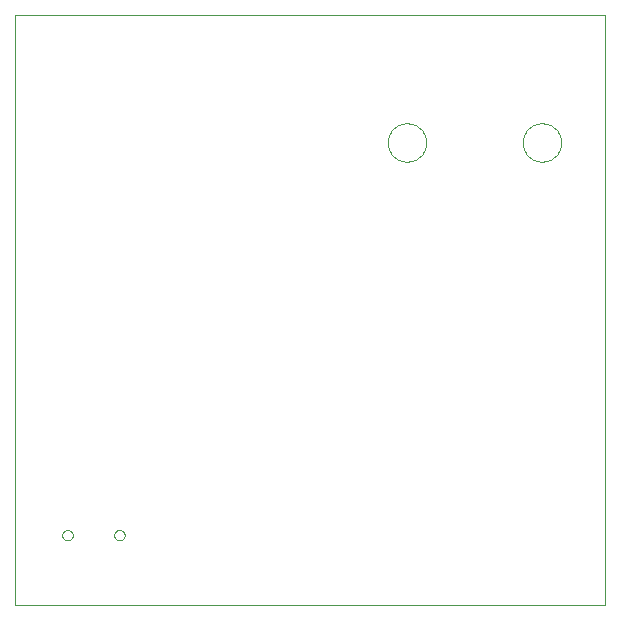
<source format=gbo>
G75*
G70*
%OFA0B0*%
%FSLAX24Y24*%
%IPPOS*%
%LPD*%
%AMOC8*
5,1,8,0,0,1.08239X$1,22.5*
%
%ADD10C,0.0000*%
D10*
X000877Y000978D02*
X000877Y020663D01*
X020562Y020663D01*
X020562Y000978D01*
X000877Y000978D01*
X002456Y003313D02*
X002458Y003339D01*
X002464Y003365D01*
X002474Y003390D01*
X002487Y003413D01*
X002503Y003433D01*
X002523Y003451D01*
X002545Y003466D01*
X002568Y003478D01*
X002594Y003486D01*
X002620Y003490D01*
X002646Y003490D01*
X002672Y003486D01*
X002698Y003478D01*
X002722Y003466D01*
X002743Y003451D01*
X002763Y003433D01*
X002779Y003413D01*
X002792Y003390D01*
X002802Y003365D01*
X002808Y003339D01*
X002810Y003313D01*
X002808Y003287D01*
X002802Y003261D01*
X002792Y003236D01*
X002779Y003213D01*
X002763Y003193D01*
X002743Y003175D01*
X002721Y003160D01*
X002698Y003148D01*
X002672Y003140D01*
X002646Y003136D01*
X002620Y003136D01*
X002594Y003140D01*
X002568Y003148D01*
X002544Y003160D01*
X002523Y003175D01*
X002503Y003193D01*
X002487Y003213D01*
X002474Y003236D01*
X002464Y003261D01*
X002458Y003287D01*
X002456Y003313D01*
X004188Y003313D02*
X004190Y003339D01*
X004196Y003365D01*
X004206Y003390D01*
X004219Y003413D01*
X004235Y003433D01*
X004255Y003451D01*
X004277Y003466D01*
X004300Y003478D01*
X004326Y003486D01*
X004352Y003490D01*
X004378Y003490D01*
X004404Y003486D01*
X004430Y003478D01*
X004454Y003466D01*
X004475Y003451D01*
X004495Y003433D01*
X004511Y003413D01*
X004524Y003390D01*
X004534Y003365D01*
X004540Y003339D01*
X004542Y003313D01*
X004540Y003287D01*
X004534Y003261D01*
X004524Y003236D01*
X004511Y003213D01*
X004495Y003193D01*
X004475Y003175D01*
X004453Y003160D01*
X004430Y003148D01*
X004404Y003140D01*
X004378Y003136D01*
X004352Y003136D01*
X004326Y003140D01*
X004300Y003148D01*
X004276Y003160D01*
X004255Y003175D01*
X004235Y003193D01*
X004219Y003213D01*
X004206Y003236D01*
X004196Y003261D01*
X004190Y003287D01*
X004188Y003313D01*
X013310Y016402D02*
X013312Y016452D01*
X013318Y016502D01*
X013328Y016551D01*
X013341Y016600D01*
X013359Y016647D01*
X013380Y016693D01*
X013404Y016736D01*
X013432Y016778D01*
X013463Y016818D01*
X013497Y016855D01*
X013534Y016889D01*
X013574Y016920D01*
X013616Y016948D01*
X013659Y016972D01*
X013705Y016993D01*
X013752Y017011D01*
X013801Y017024D01*
X013850Y017034D01*
X013900Y017040D01*
X013950Y017042D01*
X014000Y017040D01*
X014050Y017034D01*
X014099Y017024D01*
X014148Y017011D01*
X014195Y016993D01*
X014241Y016972D01*
X014284Y016948D01*
X014326Y016920D01*
X014366Y016889D01*
X014403Y016855D01*
X014437Y016818D01*
X014468Y016778D01*
X014496Y016736D01*
X014520Y016693D01*
X014541Y016647D01*
X014559Y016600D01*
X014572Y016551D01*
X014582Y016502D01*
X014588Y016452D01*
X014590Y016402D01*
X014588Y016352D01*
X014582Y016302D01*
X014572Y016253D01*
X014559Y016204D01*
X014541Y016157D01*
X014520Y016111D01*
X014496Y016068D01*
X014468Y016026D01*
X014437Y015986D01*
X014403Y015949D01*
X014366Y015915D01*
X014326Y015884D01*
X014284Y015856D01*
X014241Y015832D01*
X014195Y015811D01*
X014148Y015793D01*
X014099Y015780D01*
X014050Y015770D01*
X014000Y015764D01*
X013950Y015762D01*
X013900Y015764D01*
X013850Y015770D01*
X013801Y015780D01*
X013752Y015793D01*
X013705Y015811D01*
X013659Y015832D01*
X013616Y015856D01*
X013574Y015884D01*
X013534Y015915D01*
X013497Y015949D01*
X013463Y015986D01*
X013432Y016026D01*
X013404Y016068D01*
X013380Y016111D01*
X013359Y016157D01*
X013341Y016204D01*
X013328Y016253D01*
X013318Y016302D01*
X013312Y016352D01*
X013310Y016402D01*
X017810Y016402D02*
X017812Y016452D01*
X017818Y016502D01*
X017828Y016551D01*
X017841Y016600D01*
X017859Y016647D01*
X017880Y016693D01*
X017904Y016736D01*
X017932Y016778D01*
X017963Y016818D01*
X017997Y016855D01*
X018034Y016889D01*
X018074Y016920D01*
X018116Y016948D01*
X018159Y016972D01*
X018205Y016993D01*
X018252Y017011D01*
X018301Y017024D01*
X018350Y017034D01*
X018400Y017040D01*
X018450Y017042D01*
X018500Y017040D01*
X018550Y017034D01*
X018599Y017024D01*
X018648Y017011D01*
X018695Y016993D01*
X018741Y016972D01*
X018784Y016948D01*
X018826Y016920D01*
X018866Y016889D01*
X018903Y016855D01*
X018937Y016818D01*
X018968Y016778D01*
X018996Y016736D01*
X019020Y016693D01*
X019041Y016647D01*
X019059Y016600D01*
X019072Y016551D01*
X019082Y016502D01*
X019088Y016452D01*
X019090Y016402D01*
X019088Y016352D01*
X019082Y016302D01*
X019072Y016253D01*
X019059Y016204D01*
X019041Y016157D01*
X019020Y016111D01*
X018996Y016068D01*
X018968Y016026D01*
X018937Y015986D01*
X018903Y015949D01*
X018866Y015915D01*
X018826Y015884D01*
X018784Y015856D01*
X018741Y015832D01*
X018695Y015811D01*
X018648Y015793D01*
X018599Y015780D01*
X018550Y015770D01*
X018500Y015764D01*
X018450Y015762D01*
X018400Y015764D01*
X018350Y015770D01*
X018301Y015780D01*
X018252Y015793D01*
X018205Y015811D01*
X018159Y015832D01*
X018116Y015856D01*
X018074Y015884D01*
X018034Y015915D01*
X017997Y015949D01*
X017963Y015986D01*
X017932Y016026D01*
X017904Y016068D01*
X017880Y016111D01*
X017859Y016157D01*
X017841Y016204D01*
X017828Y016253D01*
X017818Y016302D01*
X017812Y016352D01*
X017810Y016402D01*
M02*

</source>
